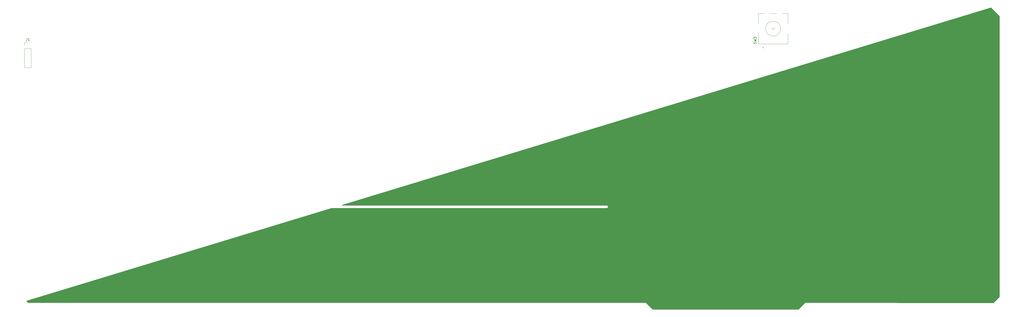
<source format=gbr>
%TF.GenerationSoftware,KiCad,Pcbnew,(5.1.10)-1*%
%TF.CreationDate,2022-05-13T21:34:30+07:00*%
%TF.ProjectId,Parallel,50617261-6c6c-4656-9c2e-6b696361645f,rev?*%
%TF.SameCoordinates,Original*%
%TF.FileFunction,Legend,Top*%
%TF.FilePolarity,Positive*%
%FSLAX46Y46*%
G04 Gerber Fmt 4.6, Leading zero omitted, Abs format (unit mm)*
G04 Created by KiCad (PCBNEW (5.1.10)-1) date 2022-05-13 21:34:30*
%MOMM*%
%LPD*%
G01*
G04 APERTURE LIST*
%ADD10C,0.120000*%
%ADD11C,0.150000*%
%ADD12C,0.254000*%
%ADD13C,0.100000*%
G04 APERTURE END LIST*
D10*
%TO.C,SW3*%
X297656250Y-19550000D02*
X297656250Y-18550000D01*
X297156250Y-19050000D02*
X298156250Y-19050000D01*
X301156250Y-12950000D02*
X303556250Y-12950000D01*
X296356250Y-12950000D02*
X298956250Y-12950000D01*
X291756250Y-12950000D02*
X294156250Y-12950000D01*
X293556250Y-26250000D02*
X293856250Y-26550000D01*
X293556250Y-26850000D02*
X293556250Y-26250000D01*
X293856250Y-26550000D02*
X293556250Y-26850000D01*
X291756250Y-25150000D02*
X303556250Y-25150000D01*
X291756250Y-21050000D02*
X291756250Y-25150000D01*
X303556250Y-21050000D02*
X303556250Y-25150000D01*
X303556250Y-12950000D02*
X303556250Y-17050000D01*
X291756250Y-17050000D02*
X291756250Y-12950000D01*
X300656250Y-19050000D02*
G75*
G03*
X300656250Y-19050000I-3000000J0D01*
G01*
%TO.C,D201*%
X302306888Y-106615700D02*
X301657369Y-106240700D01*
X302306888Y-106615700D02*
X304206888Y-103324804D01*
X299882016Y-105215700D02*
X301782016Y-101924804D01*
%TO.C,D200*%
X295552016Y-103324804D02*
X296201535Y-102949804D01*
X295552016Y-103324804D02*
X297452016Y-106615700D01*
X297976888Y-101924804D02*
X299876888Y-105215700D01*
%TO.C,D199*%
X298474452Y-98650252D02*
X299224452Y-98650252D01*
X298474452Y-98650252D02*
X298474452Y-102450252D01*
X301274452Y-98650252D02*
X301274452Y-102450252D01*
%TO.C,J1*%
X-1925314Y-34687415D02*
X734686Y-34687415D01*
X-1925314Y-27007415D02*
X-1925314Y-34687415D01*
X734686Y-27007415D02*
X734686Y-34687415D01*
X-1925314Y-27007415D02*
X734686Y-27007415D01*
X-1925314Y-25737415D02*
X-1925314Y-24407415D01*
X-1925314Y-24407415D02*
X-595314Y-24407415D01*
%TO.C,SW3*%
D11*
X290861011Y-25083333D02*
X290908630Y-24940476D01*
X290908630Y-24702380D01*
X290861011Y-24607142D01*
X290813392Y-24559523D01*
X290718154Y-24511904D01*
X290622916Y-24511904D01*
X290527678Y-24559523D01*
X290480059Y-24607142D01*
X290432440Y-24702380D01*
X290384821Y-24892857D01*
X290337202Y-24988095D01*
X290289583Y-25035714D01*
X290194345Y-25083333D01*
X290099107Y-25083333D01*
X290003869Y-25035714D01*
X289956250Y-24988095D01*
X289908630Y-24892857D01*
X289908630Y-24654761D01*
X289956250Y-24511904D01*
X289908630Y-24178571D02*
X290908630Y-23940476D01*
X290194345Y-23750000D01*
X290908630Y-23559523D01*
X289908630Y-23321428D01*
X289908630Y-23035714D02*
X289908630Y-22416666D01*
X290289583Y-22750000D01*
X290289583Y-22607142D01*
X290337202Y-22511904D01*
X290384821Y-22464285D01*
X290480059Y-22416666D01*
X290718154Y-22416666D01*
X290813392Y-22464285D01*
X290861011Y-22511904D01*
X290908630Y-22607142D01*
X290908630Y-22892857D01*
X290861011Y-22988095D01*
X290813392Y-23035714D01*
%TO.C,D201*%
X299685731Y-104860437D02*
X298819705Y-104360437D01*
X298938753Y-104154241D01*
X299051421Y-104054332D01*
X299181519Y-104019473D01*
X299287807Y-104025853D01*
X299476573Y-104079851D01*
X299600291Y-104151280D01*
X299741439Y-104287757D01*
X299800108Y-104376616D01*
X299834968Y-104506713D01*
X299804778Y-104654241D01*
X299685731Y-104860437D01*
X299378374Y-103583270D02*
X299360945Y-103518221D01*
X299367324Y-103411933D01*
X299486372Y-103205737D01*
X299575230Y-103147068D01*
X299640279Y-103129638D01*
X299746567Y-103136018D01*
X299829046Y-103183637D01*
X299928954Y-103296305D01*
X300138112Y-104076891D01*
X300447636Y-103540780D01*
X299891134Y-102504669D02*
X299938753Y-102422190D01*
X300027611Y-102363521D01*
X300092660Y-102346091D01*
X300198948Y-102352471D01*
X300387715Y-102406470D01*
X300593912Y-102525517D01*
X300735059Y-102661995D01*
X300793728Y-102750853D01*
X300811158Y-102815902D01*
X300804778Y-102922190D01*
X300757159Y-103004669D01*
X300668301Y-103063338D01*
X300603252Y-103080767D01*
X300496964Y-103074388D01*
X300308197Y-103020389D01*
X300102001Y-102901341D01*
X299960853Y-102764864D01*
X299902184Y-102676006D01*
X299884754Y-102610957D01*
X299891134Y-102504669D01*
X301400017Y-101891207D02*
X301114302Y-102386079D01*
X301257159Y-102138643D02*
X300391134Y-101638643D01*
X300467233Y-101792550D01*
X300502092Y-101922648D01*
X300495713Y-102028936D01*
D10*
X300807507Y-105791272D02*
X300593222Y-106162426D01*
X300700365Y-105976849D02*
X300050845Y-105601849D01*
X300107920Y-105717280D01*
X300134064Y-105814853D01*
X300129280Y-105894569D01*
%TO.C,D200*%
D11*
X294545988Y-104045194D02*
X295412013Y-103545194D01*
X295531061Y-103751390D01*
X295561250Y-103898918D01*
X295526391Y-104029015D01*
X295467722Y-104117874D01*
X295326574Y-104254351D01*
X295202856Y-104325780D01*
X295014089Y-104379778D01*
X294907801Y-104386158D01*
X294777704Y-104351299D01*
X294665036Y-104251390D01*
X294545988Y-104045194D01*
X295805725Y-104417599D02*
X295870774Y-104435029D01*
X295959632Y-104493698D01*
X296078680Y-104699894D01*
X296085060Y-104806182D01*
X296067630Y-104871231D01*
X296008961Y-104960090D01*
X295926482Y-105007709D01*
X295778955Y-105037898D01*
X294998369Y-104828740D01*
X295307893Y-105364851D01*
X296483442Y-105400962D02*
X296531061Y-105483441D01*
X296537441Y-105589729D01*
X296520011Y-105654778D01*
X296461342Y-105743636D01*
X296320194Y-105880114D01*
X296113998Y-105999161D01*
X295925231Y-106053160D01*
X295818943Y-106059540D01*
X295753894Y-106042110D01*
X295665036Y-105983441D01*
X295617417Y-105900962D01*
X295611037Y-105794674D01*
X295628467Y-105729625D01*
X295687136Y-105640767D01*
X295828283Y-105504290D01*
X296034480Y-105385242D01*
X296223247Y-105331243D01*
X296329535Y-105324864D01*
X296394584Y-105342293D01*
X296483442Y-105400962D01*
X296959632Y-106225748D02*
X297007252Y-106308227D01*
X297013631Y-106414515D01*
X296996201Y-106479564D01*
X296937532Y-106568422D01*
X296796385Y-106704900D01*
X296590188Y-106823947D01*
X296401421Y-106877946D01*
X296295133Y-106884326D01*
X296230084Y-106866896D01*
X296141226Y-106808227D01*
X296093607Y-106725748D01*
X296087227Y-106619460D01*
X296104657Y-106554412D01*
X296163326Y-106465553D01*
X296304474Y-106329076D01*
X296510670Y-106210028D01*
X296699437Y-106156029D01*
X296805725Y-106149650D01*
X296870774Y-106167079D01*
X296959632Y-106225748D01*
D10*
X297015681Y-102438516D02*
X296801396Y-102067362D01*
X296908538Y-102252939D02*
X297558058Y-101877939D01*
X297429555Y-101869652D01*
X297331982Y-101843507D01*
X297265338Y-101799505D01*
%TO.C,D199*%
D11*
X298211427Y-103635884D02*
X298211427Y-102635884D01*
X298449523Y-102635884D01*
X298592380Y-102683504D01*
X298687618Y-102778742D01*
X298735237Y-102873980D01*
X298782856Y-103064456D01*
X298782856Y-103207313D01*
X298735237Y-103397789D01*
X298687618Y-103493027D01*
X298592380Y-103588265D01*
X298449523Y-103635884D01*
X298211427Y-103635884D01*
X299735237Y-103635884D02*
X299163808Y-103635884D01*
X299449523Y-103635884D02*
X299449523Y-102635884D01*
X299354284Y-102778742D01*
X299259046Y-102873980D01*
X299163808Y-102921599D01*
X300211427Y-103635884D02*
X300401904Y-103635884D01*
X300497142Y-103588265D01*
X300544761Y-103540646D01*
X300639999Y-103397789D01*
X300687618Y-103207313D01*
X300687618Y-102826361D01*
X300639999Y-102731123D01*
X300592380Y-102683504D01*
X300497142Y-102635884D01*
X300306665Y-102635884D01*
X300211427Y-102683504D01*
X300163808Y-102731123D01*
X300116189Y-102826361D01*
X300116189Y-103064456D01*
X300163808Y-103159694D01*
X300211427Y-103207313D01*
X300306665Y-103254932D01*
X300497142Y-103254932D01*
X300592380Y-103207313D01*
X300639999Y-103159694D01*
X300687618Y-103064456D01*
X301163808Y-103635884D02*
X301354284Y-103635884D01*
X301449523Y-103588265D01*
X301497142Y-103540646D01*
X301592380Y-103397789D01*
X301639999Y-103207313D01*
X301639999Y-102826361D01*
X301592380Y-102731123D01*
X301544761Y-102683504D01*
X301449523Y-102635884D01*
X301259046Y-102635884D01*
X301163808Y-102683504D01*
X301116189Y-102731123D01*
X301068570Y-102826361D01*
X301068570Y-103064456D01*
X301116189Y-103159694D01*
X301163808Y-103207313D01*
X301259046Y-103254932D01*
X301449523Y-103254932D01*
X301544761Y-103207313D01*
X301592380Y-103159694D01*
X301639999Y-103064456D01*
D10*
X300863737Y-98185966D02*
X300863737Y-98614537D01*
X300863737Y-98400252D02*
X300113737Y-98400252D01*
X300220880Y-98471680D01*
X300292309Y-98543109D01*
X300328023Y-98614537D01*
%TO.C,J1*%
D11*
X-928647Y-22859795D02*
X-928647Y-23574081D01*
X-976266Y-23716938D01*
X-1071504Y-23812176D01*
X-1214361Y-23859795D01*
X-1309599Y-23859795D01*
X71352Y-23859795D02*
X-500075Y-23859795D01*
X-214361Y-23859795D02*
X-214361Y-22859795D01*
X-309599Y-23002653D01*
X-404837Y-23097891D01*
X-500075Y-23145510D01*
%TD*%
D12*
X388143999Y-14080001D02*
X388144000Y-126559300D01*
X385763472Y-128939828D01*
X310456251Y-128885481D01*
X307777338Y-131564394D01*
X249436566Y-131564394D01*
X246757653Y-128885481D01*
X-528519Y-128885481D01*
X-1087762Y-128326238D01*
X120890504Y-91137742D01*
X230981832Y-91137728D01*
X231137387Y-91118840D01*
X231283902Y-91063274D01*
X231412862Y-90974260D01*
X231516772Y-90856970D01*
X231589593Y-90718221D01*
X231627093Y-90566077D01*
X231627093Y-90409379D01*
X231589593Y-90257235D01*
X231516772Y-90118486D01*
X231412862Y-90001196D01*
X231283902Y-89912182D01*
X231137387Y-89856616D01*
X230981832Y-89837728D01*
X125154549Y-89837728D01*
X384727349Y-10699679D01*
X388143999Y-14080001D01*
D13*
G36*
X388143999Y-14080001D02*
G01*
X388144000Y-126559300D01*
X385763472Y-128939828D01*
X310456251Y-128885481D01*
X307777338Y-131564394D01*
X249436566Y-131564394D01*
X246757653Y-128885481D01*
X-528519Y-128885481D01*
X-1087762Y-128326238D01*
X120890504Y-91137742D01*
X230981832Y-91137728D01*
X231137387Y-91118840D01*
X231283902Y-91063274D01*
X231412862Y-90974260D01*
X231516772Y-90856970D01*
X231589593Y-90718221D01*
X231627093Y-90566077D01*
X231627093Y-90409379D01*
X231589593Y-90257235D01*
X231516772Y-90118486D01*
X231412862Y-90001196D01*
X231283902Y-89912182D01*
X231137387Y-89856616D01*
X230981832Y-89837728D01*
X125154549Y-89837728D01*
X384727349Y-10699679D01*
X388143999Y-14080001D01*
G37*
M02*

</source>
